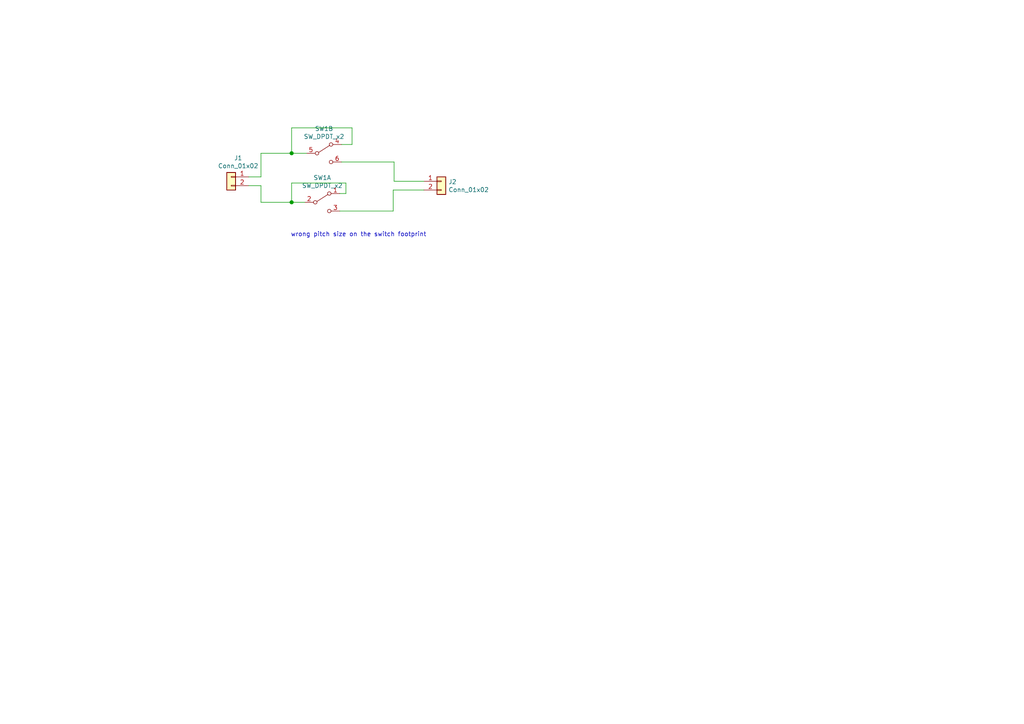
<source format=kicad_sch>
(kicad_sch (version 20210126) (generator eeschema)
  (paper "A4")
  (lib_symbols
    (symbol "Connector_Generic:Conn_01x02" (pin_names (offset 1.016) hide)
      (property "Reference" "J" (at 0 2.54 0))
      (property "Value" "Conn_01x02" (at 0 -5.08 0))
      (symbol "Conn_01x02_1_1"
        (rectangle (start -1.27 -2.413) (end 0 -2.667) (stroke (width 0.1524)))
        (rectangle (start -1.27 0.127) (end 0 -0.127) (stroke (width 0.1524)))
        (rectangle (start -1.27 1.27) (end 1.27 -3.81) (stroke (width 0.254)) (fill (type background)))
        (pin passive line (at -5.08 0 0) (length 3.81) (name "Pin_1") (number "1"))
        (pin passive line (at -5.08 -2.54 0) (length 3.81) (name "Pin_2") (number "2"))
      )
    )
    (symbol "Switch:SW_DPDT_x2" (pin_names (offset 0) hide)
      (property "Reference" "SW" (at 0 4.318 0))
      (property "Value" "SW_DPDT_x2" (at 0 -5.08 0))
      (symbol "SW_DPDT_x2_0_0"
        (circle (center -2.032 0) (radius 0.508))
        (circle (center 2.032 -2.54) (radius 0.508))
      )
      (symbol "SW_DPDT_x2_0_1"
        (circle (center 2.032 2.54) (radius 0.508))
        (polyline (pts (xy -1.524 0.254) (xy 1.651 2.286)))
      )
      (symbol "SW_DPDT_x2_1_1"
        (pin passive line (at 5.08 2.54 180) (length 2.54) (name "A") (number "1"))
        (pin passive line (at -5.08 0 0) (length 2.54) (name "B") (number "2"))
        (pin passive line (at 5.08 -2.54 180) (length 2.54) (name "C") (number "3"))
      )
      (symbol "SW_DPDT_x2_2_1"
        (pin passive line (at 5.08 2.54 180) (length 2.54) (name "A") (number "4"))
        (pin passive line (at -5.08 0 0) (length 2.54) (name "B") (number "5"))
        (pin passive line (at 5.08 -2.54 180) (length 2.54) (name "C") (number "6"))
      )
    )
  )
  (junction (at 84.582 44.45) (diameter 1.016))
  (junction (at 84.582 58.674) (diameter 1.016))
  (wire (pts (xy 72.136 51.308) (xy 75.692 51.308)))
  (wire (pts (xy 72.136 53.848) (xy 75.692 53.848)))
  (wire (pts (xy 75.692 44.45) (xy 84.582 44.45)))
  (wire (pts (xy 75.692 51.308) (xy 75.692 44.45)))
  (wire (pts (xy 75.692 53.848) (xy 75.692 58.674)))
  (wire (pts (xy 75.692 58.674) (xy 84.582 58.674)))
  (wire (pts (xy 84.582 37.084) (xy 102.108 37.084)))
  (wire (pts (xy 84.582 44.45) (xy 84.582 37.084)))
  (wire (pts (xy 84.582 44.45) (xy 88.9 44.45)))
  (wire (pts (xy 84.582 53.086) (xy 100.33 53.086)))
  (wire (pts (xy 84.582 58.674) (xy 84.582 53.086)))
  (wire (pts (xy 84.582 58.674) (xy 88.392 58.674)))
  (wire (pts (xy 98.552 61.214) (xy 114.046 61.214)))
  (wire (pts (xy 99.06 41.91) (xy 102.108 41.91)))
  (wire (pts (xy 100.33 53.086) (xy 100.33 56.134)))
  (wire (pts (xy 100.33 56.134) (xy 98.552 56.134)))
  (wire (pts (xy 102.108 37.084) (xy 102.108 41.91)))
  (wire (pts (xy 114.046 55.118) (xy 122.936 55.118)))
  (wire (pts (xy 114.046 61.214) (xy 114.046 55.118)))
  (wire (pts (xy 114.3 46.99) (xy 99.06 46.99)))
  (wire (pts (xy 114.3 52.578) (xy 114.3 46.99)))
  (wire (pts (xy 122.936 52.578) (xy 114.3 52.578)))
  (text "wrong pitch size on the switch footprint" (at 123.698 68.834 180) (effects (font (size 1.27 1.27)) (justify right bottom)))
  (symbol (lib_id "Connector_Generic:Conn_01x02") (at 67.056 51.308 0) (mirror y) (unit 1)
    (property "Reference" "J1" (at 69.088 45.8278 0))
    (property "Value" "Conn_01x02" (at 69.088 48.1265 0))
    (property "Footprint" "Connector_PinHeader_2.54mm:PinHeader_1x02_P2.54mm_Vertical_SMD_Pin1Right" (effects hide))
  )
  (symbol (lib_id "Connector_Generic:Conn_01x02") (at 128.016 52.578 0) (unit 1)
    (property "Reference" "J2" (at 130.0481 52.7494 0) (effects (justify left)))
    (property "Value" "Conn_01x02" (at 130.0481 55.0481 0) (effects (justify left)))
    (property "Footprint" "Connector_PinHeader_2.54mm:PinHeader_1x02_P2.54mm_Vertical_SMD_Pin1Right" (effects hide))
  )
  (symbol (lib_id "Switch:SW_DPDT_x2") (at 93.472 58.674 0) (unit 1)
    (property "Reference" "SW1" (at 93.472 51.5428 0))
    (property "Value" "SW_DPDT_x2" (at 93.472 53.8415 0))
    (property "Footprint" "dodo_conn:dual_sw" (effects hide))
  )
  (symbol (lib_id "Switch:SW_DPDT_x2") (at 93.98 44.45 0) (unit 2)
    (property "Reference" "SW1" (at 93.98 37.3188 0))
    (property "Value" "SW_DPDT_x2" (at 93.98 39.6175 0))
    (property "Footprint" "dodo_conn:dual_sw" (effects hide))
  )
)
</source>
